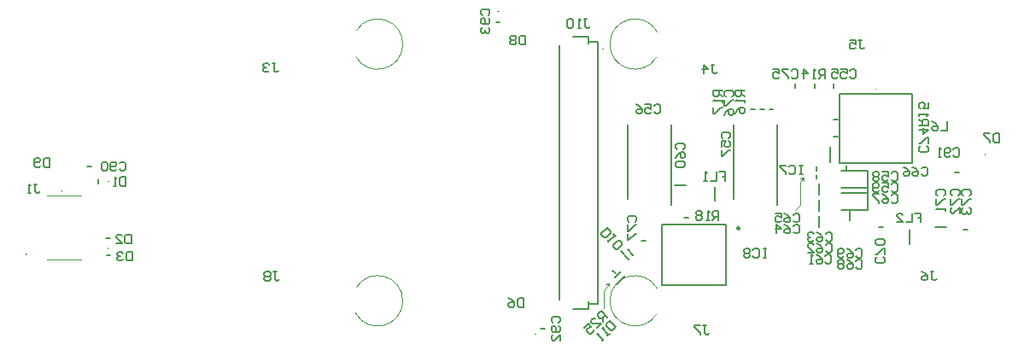
<source format=gbo>
G04*
G04 #@! TF.GenerationSoftware,Altium Limited,Altium Designer,25.7.1 (20)*
G04*
G04 Layer_Color=32896*
%FSLAX44Y44*%
%MOMM*%
G71*
G04*
G04 #@! TF.SameCoordinates,0BC58763-356E-4A0F-A031-124E3283D0B1*
G04*
G04*
G04 #@! TF.FilePolarity,Positive*
G04*
G01*
G75*
%ADD10C,0.2000*%
%ADD11C,0.1000*%
%ADD12C,0.2500*%
%ADD14C,0.1270*%
%ADD15C,0.1500*%
D10*
X7650Y-80900D02*
G03*
X7650Y-80900I-500J0D01*
G01*
X908522Y-54318D02*
X919522D01*
X883000Y-71000D02*
Y-57000D01*
X815022Y1432D02*
X842022D01*
Y-20068D02*
Y1432D01*
X815022Y-20068D02*
X842022D01*
X824022Y-47818D02*
Y-36818D01*
X815022Y-15568D02*
X842022Y-15568D01*
Y-37068D02*
Y-15568D01*
X815022Y-37068D02*
X842022Y-37068D01*
X793022Y-21818D02*
Y-10818D01*
Y-37818D02*
Y-26818D01*
Y-53818D02*
Y-42818D01*
X814022Y78182D02*
X886022Y78182D01*
X814022Y9182D02*
Y78182D01*
Y9182D02*
X886022D01*
Y78182D01*
X804822Y9932D02*
Y25182D01*
X751522Y-32068D02*
Y47182D01*
X708522Y-25818D02*
Y47182D01*
X690022Y-28318D02*
Y-14318D01*
X650522Y-12318D02*
X661522D01*
X591099Y-103841D02*
X596755Y-98184D01*
X592690Y-110736D02*
X600998Y-102427D01*
X603543Y-76050D02*
X609200Y-81707D01*
X596649Y-77641D02*
X604957Y-85950D01*
X603522Y-25818D02*
Y47182D01*
X646522Y-32068D02*
Y47182D01*
X565072Y-130088D02*
X574072Y-130088D01*
Y129912D01*
X565072D02*
X574072D01*
X565072Y-135088D02*
Y-128088D01*
X549322Y-135088D02*
X565072D01*
X536072Y-126088D02*
Y125912D01*
X549322Y134912D02*
X565072D01*
Y127912D02*
Y134912D01*
X638000Y-51500D02*
X701500D01*
X638000Y-111500D02*
Y-51500D01*
Y-111500D02*
X701500D01*
Y-51500D01*
D11*
X850022Y82682D02*
G03*
X850022Y83682I0J500D01*
G01*
D02*
G03*
X850022Y82682I0J-500D01*
G01*
X579072Y122412D02*
G03*
X580072Y122412I500J0D01*
G01*
D02*
G03*
X579072Y122412I-500J0D01*
G01*
X511500Y-160348D02*
X512500D01*
X511500D01*
X475500Y160350D02*
X474500D01*
X475500D01*
X89250Y-9000D02*
G03*
X88250Y-9000I-500J0D01*
G01*
D02*
G03*
X89250Y-9000I500J0D01*
G01*
X88750Y-74750D02*
G03*
X88750Y-75750I0J-500D01*
G01*
D02*
G03*
X88750Y-74750I0J500D01*
G01*
X89093Y-71756D02*
G03*
X89093Y-72756I0J-500D01*
G01*
D02*
G03*
X89093Y-71756I0J500D01*
G01*
X632876Y-115177D02*
G03*
X632222Y-140568I-21854J-12141D01*
G01*
X42500Y-19000D02*
Y-18000D01*
Y-19000D01*
X957500Y18000D02*
Y19000D01*
Y18000D01*
X632876Y139463D02*
G03*
X632222Y114072I-21854J-12141D01*
G01*
X333958Y115181D02*
G03*
X334612Y140572I21854J12141D01*
G01*
X333958Y-139459D02*
G03*
X334612Y-114068I21854J12141D01*
G01*
X585000Y-110000D02*
X585190Y-112842D01*
X581659Y-111125D02*
X585000Y-110000D01*
X580000Y-117500D02*
X585000Y-110000D01*
X580000Y-135000D02*
Y-117500D01*
X769728Y-36846D02*
X774728Y-31846D01*
X778007Y-8478D02*
X778451Y-5404D01*
X774667Y-5581D02*
X778451Y-5404D01*
X774728Y-9346D02*
X778451Y-5404D01*
X774728Y-31846D02*
Y-9346D01*
X27850Y-23250D02*
X62150D01*
X27850Y-86750D02*
X62150D01*
D12*
X714750Y-55200D02*
G03*
X714750Y-55200I-1250J0D01*
G01*
D14*
X936883Y-56518D02*
X940883D01*
X808022Y35682D02*
X812022D01*
X820678Y2865D02*
Y6865D01*
X853022Y-54318D02*
X857022Y-54318D01*
X791022Y1682D02*
Y5682D01*
Y-6318D02*
Y-2318D01*
X808022Y52682D02*
X812022D01*
X808022Y83682D02*
Y87682D01*
X789022Y83682D02*
Y87682D01*
X770022Y83682D02*
Y87682D01*
X744022Y62682D02*
X748022D01*
X735022D02*
X739022D01*
X726022D02*
X730022D01*
X659505Y-44566D02*
X663505D01*
X617490Y-67534D02*
X621490D01*
X588796Y-97371D02*
X591624Y-100199D01*
X473000Y149000D02*
X477000D01*
X68172Y6229D02*
X72172D01*
X78750Y-11000D02*
Y-7000D01*
X86750Y-65250D02*
X90750D01*
X87093Y-82256D02*
X91093D01*
X517442Y-155180D02*
X521442D01*
X928000Y0D02*
X932000D01*
D15*
X583663Y-143698D02*
X577302Y-137337D01*
X574121Y-140518D01*
Y-142638D01*
X576241Y-144759D01*
X578362D01*
X581543Y-141578D01*
X579422Y-143698D02*
Y-147940D01*
X573060Y-154302D02*
X577302Y-150060D01*
X568819D01*
X567759Y-149000D01*
Y-146879D01*
X569879Y-144759D01*
X572000D01*
X560336Y-154302D02*
X564578Y-150060D01*
X567759Y-153241D01*
X564578Y-154302D01*
X563517Y-155362D01*
Y-157483D01*
X565638Y-159603D01*
X567759D01*
X569879Y-157483D01*
Y-155362D01*
X252500Y-98502D02*
X255499D01*
X253999D01*
Y-105999D01*
X255499Y-107499D01*
X256998D01*
X258498Y-105999D01*
X249501Y-100001D02*
X248001Y-98502D01*
X245002D01*
X243502Y-100001D01*
Y-101501D01*
X245002Y-103000D01*
X243502Y-104500D01*
Y-105999D01*
X245002Y-107499D01*
X248001D01*
X249501Y-105999D01*
Y-104500D01*
X248001Y-103000D01*
X249501Y-101501D01*
Y-100001D01*
X248001Y-103000D02*
X245002D01*
X678500Y-151501D02*
X681498D01*
X679999D01*
Y-158999D01*
X681498Y-160499D01*
X682998D01*
X684498Y-158999D01*
X675500Y-151501D02*
X669502D01*
Y-153001D01*
X675500Y-158999D01*
Y-160499D01*
X903999Y-98001D02*
X906999D01*
X905499D01*
Y-105499D01*
X906999Y-106999D01*
X908498D01*
X909998Y-105499D01*
X895002Y-98001D02*
X898001Y-99501D01*
X901001Y-102500D01*
Y-105499D01*
X899501Y-106999D01*
X896502D01*
X895002Y-105499D01*
Y-104000D01*
X896502Y-102500D01*
X901001D01*
X832499Y131498D02*
X835499D01*
X833999D01*
Y124001D01*
X835499Y122501D01*
X836998D01*
X838498Y124001D01*
X823502Y131498D02*
X829501D01*
Y127000D01*
X826501Y128499D01*
X825002D01*
X823502Y127000D01*
Y124001D01*
X825002Y122501D01*
X828001D01*
X829501Y124001D01*
X686499Y106999D02*
X689499D01*
X687999D01*
Y99501D01*
X689499Y98001D01*
X690998D01*
X692498Y99501D01*
X679002Y98001D02*
Y106999D01*
X683501Y102500D01*
X677502D01*
X251500Y108498D02*
X254499D01*
X252999D01*
Y101001D01*
X254499Y99501D01*
X255998D01*
X257498Y101001D01*
X248500Y106999D02*
X247001Y108498D01*
X244002D01*
X242502Y106999D01*
Y105499D01*
X244002Y104000D01*
X245501D01*
X244002D01*
X242502Y102500D01*
Y101001D01*
X244002Y99501D01*
X247001D01*
X248500Y101001D01*
X697498Y81246D02*
X688501D01*
Y76748D01*
X690001Y75248D01*
X693000D01*
X694500Y76748D01*
Y81246D01*
Y78247D02*
X697498Y75248D01*
Y72249D02*
Y69250D01*
Y70750D01*
X688501D01*
X690001Y72249D01*
X688501Y64752D02*
Y58754D01*
X690001D01*
X695999Y64752D01*
X697498D01*
X560248Y152499D02*
X563247D01*
X561748D01*
Y145001D01*
X563247Y143502D01*
X564747D01*
X566246Y145001D01*
X557249Y143502D02*
X554250D01*
X555750D01*
Y152499D01*
X557249Y150999D01*
X549752D02*
X548252Y152499D01*
X545253D01*
X543754Y150999D01*
Y145001D01*
X545253Y143502D01*
X548252D01*
X549752Y145001D01*
Y150999D01*
X577045Y-61273D02*
X583407Y-54911D01*
X586588Y-58092D01*
Y-60213D01*
X582347Y-64454D01*
X580226D01*
X577045Y-61273D01*
X589769D02*
X591890Y-63394D01*
X590829Y-62333D01*
X584468Y-68695D01*
Y-66575D01*
X589769Y-71876D02*
Y-73997D01*
X591890Y-76117D01*
X594010D01*
X598252Y-71876D01*
Y-69756D01*
X596131Y-67635D01*
X594010D01*
X589769Y-71876D01*
X585711Y-146927D02*
X592073Y-153289D01*
X588892Y-156470D01*
X586771D01*
X582530Y-152228D01*
Y-150108D01*
X585711Y-146927D01*
Y-159651D02*
X583591Y-161771D01*
X584651Y-160711D01*
X578289Y-154349D01*
X580410D01*
Y-164952D02*
X578289Y-167073D01*
X579349Y-166013D01*
X572987Y-159651D01*
X575108D01*
X112498Y-78502D02*
Y-87499D01*
X107999D01*
X106500Y-85999D01*
Y-80001D01*
X107999Y-78502D01*
X112498D01*
X103500Y-80001D02*
X102001Y-78502D01*
X99002D01*
X97502Y-80001D01*
Y-81501D01*
X99002Y-83000D01*
X100501D01*
X99002D01*
X97502Y-84500D01*
Y-85999D01*
X99002Y-87499D01*
X102001D01*
X103500Y-85999D01*
X701001Y74998D02*
X699501Y76498D01*
Y79497D01*
X701001Y80996D01*
X706999D01*
X708499Y79497D01*
Y76498D01*
X706999Y74998D01*
X699501Y71999D02*
Y66001D01*
X701001D01*
X706999Y71999D01*
X708499D01*
X699501Y57004D02*
X701001Y60003D01*
X704000Y63002D01*
X706999D01*
X708499Y61502D01*
Y58503D01*
X706999Y57004D01*
X705499D01*
X704000Y58503D01*
Y63002D01*
X693746Y-46999D02*
Y-38001D01*
X689248D01*
X687748Y-39501D01*
Y-42500D01*
X689248Y-44000D01*
X693746D01*
X690747D02*
X687748Y-46999D01*
X684749D02*
X681750D01*
X683250D01*
Y-38001D01*
X684749Y-39501D01*
X677252D02*
X675752Y-38001D01*
X672753D01*
X671254Y-39501D01*
Y-41000D01*
X672753Y-42500D01*
X671254Y-44000D01*
Y-45499D01*
X672753Y-46999D01*
X675752D01*
X677252Y-45499D01*
Y-44000D01*
X675752Y-42500D01*
X677252Y-41000D01*
Y-39501D01*
X675752Y-42500D02*
X672753D01*
X30498Y14498D02*
Y5501D01*
X25999D01*
X24499Y7001D01*
Y12999D01*
X25999Y14498D01*
X30498D01*
X21500Y7001D02*
X20001Y5501D01*
X17002D01*
X15502Y7001D01*
Y12999D01*
X17002Y14498D01*
X20001D01*
X21500Y12999D01*
Y11500D01*
X20001Y10000D01*
X15502D01*
X502188Y135728D02*
Y126731D01*
X497689D01*
X496190Y128231D01*
Y134229D01*
X497689Y135728D01*
X502188D01*
X493191Y134229D02*
X491691Y135728D01*
X488692D01*
X487193Y134229D01*
Y132729D01*
X488692Y131230D01*
X487193Y129730D01*
Y128231D01*
X488692Y126731D01*
X491691D01*
X493191Y128231D01*
Y129730D01*
X491691Y131230D01*
X493191Y132729D01*
Y134229D01*
X491691Y131230D02*
X488692D01*
X972050Y39029D02*
Y30032D01*
X967551D01*
X966052Y31532D01*
Y37530D01*
X967551Y39029D01*
X972050D01*
X963053D02*
X957055D01*
Y37530D01*
X963053Y31532D01*
Y30032D01*
X500498Y-124501D02*
Y-133498D01*
X495999D01*
X494500Y-131999D01*
Y-126001D01*
X495999Y-124501D01*
X500498D01*
X485502D02*
X488502Y-126001D01*
X491501Y-129000D01*
Y-131999D01*
X490001Y-133498D01*
X487002D01*
X485502Y-131999D01*
Y-130499D01*
X487002Y-129000D01*
X491501D01*
X15000Y-11501D02*
X17999D01*
X16500D01*
Y-18999D01*
X17999Y-20498D01*
X19498D01*
X20998Y-18999D01*
X12001Y-20498D02*
X9002D01*
X10502D01*
Y-11501D01*
X12001Y-13001D01*
X741246Y-75501D02*
X738247D01*
X739747D01*
Y-84499D01*
X741246D01*
X738247D01*
X727751Y-77001D02*
X729250Y-75501D01*
X732249D01*
X733749Y-77001D01*
Y-82999D01*
X732249Y-84499D01*
X729250D01*
X727751Y-82999D01*
X724752Y-77001D02*
X723252Y-75501D01*
X720253D01*
X718754Y-77001D01*
Y-78500D01*
X720253Y-80000D01*
X718754Y-81500D01*
Y-82999D01*
X720253Y-84499D01*
X723252D01*
X724752Y-82999D01*
Y-81500D01*
X723252Y-80000D01*
X724752Y-78500D01*
Y-77001D01*
X723252Y-80000D02*
X720253D01*
X459501Y155998D02*
X458001Y157498D01*
Y160497D01*
X459501Y161996D01*
X465499D01*
X466998Y160497D01*
Y157498D01*
X465499Y155998D01*
Y152999D02*
X466998Y151500D01*
Y148500D01*
X465499Y147001D01*
X459501D01*
X458001Y148500D01*
Y151500D01*
X459501Y152999D01*
X461000D01*
X462500Y151500D01*
Y147001D01*
X459501Y144002D02*
X458001Y142502D01*
Y139503D01*
X459501Y138004D01*
X461000D01*
X462500Y139503D01*
Y141003D01*
Y139503D01*
X463999Y138004D01*
X465499D01*
X466998Y139503D01*
Y142502D01*
X465499Y144002D01*
X529501Y-149002D02*
X528001Y-147502D01*
Y-144503D01*
X529501Y-143004D01*
X535499D01*
X536998Y-144503D01*
Y-147502D01*
X535499Y-149002D01*
Y-152001D02*
X536998Y-153500D01*
Y-156500D01*
X535499Y-157999D01*
X529501D01*
X528001Y-156500D01*
Y-153500D01*
X529501Y-152001D01*
X531001D01*
X532500Y-153500D01*
Y-157999D01*
X536998Y-166996D02*
Y-160998D01*
X531001Y-166996D01*
X529501D01*
X528001Y-165497D01*
Y-162498D01*
X529501Y-160998D01*
X926682Y22798D02*
X928182Y24297D01*
X931180D01*
X932680Y22798D01*
Y16800D01*
X931180Y15300D01*
X928182D01*
X926682Y16800D01*
X923683D02*
X922183Y15300D01*
X919184D01*
X917685Y16800D01*
Y22798D01*
X919184Y24297D01*
X922183D01*
X923683Y22798D01*
Y21298D01*
X922183Y19799D01*
X917685D01*
X914686Y15300D02*
X911687D01*
X913186D01*
Y24297D01*
X914686Y22798D01*
X99998Y8999D02*
X101498Y10498D01*
X104497D01*
X105996Y8999D01*
Y3001D01*
X104497Y1501D01*
X101498D01*
X99998Y3001D01*
X96999D02*
X95499Y1501D01*
X92500D01*
X91001Y3001D01*
Y8999D01*
X92500Y10498D01*
X95499D01*
X96999Y8999D01*
Y7499D01*
X95499Y6000D01*
X91001D01*
X88002Y8999D02*
X86502Y10498D01*
X83503D01*
X82004Y8999D01*
Y3001D01*
X83503Y1501D01*
X86502D01*
X88002Y3001D01*
Y8999D01*
X605001Y-49002D02*
X603502Y-47502D01*
Y-44503D01*
X605001Y-43004D01*
X610999D01*
X612499Y-44503D01*
Y-47502D01*
X610999Y-49002D01*
X603502Y-52001D02*
Y-57999D01*
X605001D01*
X610999Y-52001D01*
X612499D01*
X603502Y-60998D02*
Y-66996D01*
X605001D01*
X610999Y-60998D01*
X612499D01*
X719499Y81246D02*
X710501D01*
Y76748D01*
X712001Y75248D01*
X715000D01*
X716499Y76748D01*
Y81246D01*
Y78247D02*
X719499Y75248D01*
Y72249D02*
Y69250D01*
Y70750D01*
X710501D01*
X712001Y72249D01*
X710501Y58754D02*
X712001Y61753D01*
X715000Y64752D01*
X717999D01*
X719499Y63252D01*
Y60253D01*
X717999Y58754D01*
X716499D01*
X715000Y60253D01*
Y64752D01*
X892502Y46754D02*
X901499D01*
Y51252D01*
X899999Y52752D01*
X897000D01*
X895500Y51252D01*
Y46754D01*
Y49753D02*
X892502Y52752D01*
Y55751D02*
Y58750D01*
Y57250D01*
X901499D01*
X899999Y55751D01*
X901499Y69246D02*
Y63248D01*
X897000D01*
X898500Y66247D01*
Y67747D01*
X897000Y69246D01*
X894001D01*
X892502Y67747D01*
Y64748D01*
X894001Y63248D01*
X799246Y93502D02*
Y102499D01*
X794748D01*
X793248Y100999D01*
Y98000D01*
X794748Y96501D01*
X799246D01*
X796247D02*
X793248Y93502D01*
X790249D02*
X787250D01*
X788750D01*
Y102499D01*
X790249Y100999D01*
X778253Y93502D02*
Y102499D01*
X782752Y98000D01*
X776754D01*
X920498Y50499D02*
Y41501D01*
X914500D01*
X905502Y50499D02*
X908502Y48999D01*
X911500Y46000D01*
Y43001D01*
X910001Y41501D01*
X907002D01*
X905502Y43001D01*
Y44500D01*
X907002Y46000D01*
X911500D01*
X776970Y7101D02*
X773971D01*
X775471D01*
Y-1896D01*
X776970D01*
X773971D01*
X763475Y5601D02*
X764974Y7101D01*
X767973D01*
X769473Y5601D01*
Y-397D01*
X767973Y-1896D01*
X764974D01*
X763475Y-397D01*
X760475Y7101D02*
X754477D01*
Y5601D01*
X760475Y-397D01*
Y-1896D01*
X888498Y-40501D02*
X894496D01*
Y-45000D01*
X891497D01*
X894496D01*
Y-49499D01*
X885499Y-40501D02*
Y-49499D01*
X879501D01*
X870504D02*
X876502D01*
X870504Y-43500D01*
Y-42001D01*
X872003Y-40501D01*
X875002D01*
X876502Y-42001D01*
X694499Y499D02*
X700497D01*
Y-4000D01*
X697498D01*
X700497D01*
Y-8498D01*
X691499Y499D02*
Y-8498D01*
X685501D01*
X682502D02*
X679503D01*
X681003D01*
Y499D01*
X682502Y-1001D01*
X111498Y-61501D02*
Y-70498D01*
X106999D01*
X105499Y-68999D01*
Y-63001D01*
X106999Y-61501D01*
X111498D01*
X96502Y-70498D02*
X102500D01*
X96502Y-64500D01*
Y-63001D01*
X98002Y-61501D01*
X101001D01*
X102500Y-63001D01*
X105998Y-4502D02*
Y-13499D01*
X101500D01*
X100000Y-11999D01*
Y-6001D01*
X101500Y-4502D01*
X105998D01*
X97001Y-13499D02*
X94002D01*
X95501D01*
Y-4502D01*
X97001Y-6001D01*
X765998Y100999D02*
X767498Y102499D01*
X770497D01*
X771996Y100999D01*
Y95001D01*
X770497Y93502D01*
X767498D01*
X765998Y95001D01*
X762999Y102499D02*
X757001D01*
Y100999D01*
X762999Y95001D01*
Y93502D01*
X748004Y102499D02*
X754002D01*
Y98000D01*
X751003Y99500D01*
X749503D01*
X748004Y98000D01*
Y95001D01*
X749503Y93502D01*
X752502D01*
X754002Y95001D01*
X899999Y26002D02*
X901499Y24502D01*
Y21503D01*
X899999Y20004D01*
X894001D01*
X892502Y21503D01*
Y24502D01*
X894001Y26002D01*
X901499Y29001D02*
Y34999D01*
X899999D01*
X894001Y29001D01*
X892502D01*
Y42497D02*
X901499D01*
X897000Y37998D01*
Y43996D01*
X936726Y-23098D02*
X935227Y-21598D01*
Y-18599D01*
X936726Y-17100D01*
X942724D01*
X944224Y-18599D01*
Y-21598D01*
X942724Y-23098D01*
X935227Y-26097D02*
Y-32095D01*
X936726D01*
X942724Y-26097D01*
X944224D01*
X936726Y-35094D02*
X935227Y-36593D01*
Y-39592D01*
X936726Y-41092D01*
X938226D01*
X939725Y-39592D01*
Y-38093D01*
Y-39592D01*
X941225Y-41092D01*
X942724D01*
X944224Y-39592D01*
Y-36593D01*
X942724Y-35094D01*
X925240Y-22842D02*
X923740Y-21343D01*
Y-18344D01*
X925240Y-16844D01*
X931238D01*
X932738Y-18344D01*
Y-21343D01*
X931238Y-22842D01*
X923740Y-25841D02*
Y-31839D01*
X925240D01*
X931238Y-25841D01*
X932738D01*
Y-40837D02*
Y-34839D01*
X926740Y-40837D01*
X925240D01*
X923740Y-39337D01*
Y-36338D01*
X925240Y-34839D01*
X911201Y-23193D02*
X909702Y-21694D01*
Y-18695D01*
X911201Y-17195D01*
X917199D01*
X918699Y-18695D01*
Y-21694D01*
X917199Y-23193D01*
X909702Y-26192D02*
Y-32190D01*
X911201D01*
X917199Y-26192D01*
X918699D01*
Y-35189D02*
Y-38188D01*
Y-36689D01*
X909702D01*
X911201Y-35189D01*
X856999Y-83998D02*
X858499Y-85498D01*
Y-88497D01*
X856999Y-89996D01*
X851001D01*
X849501Y-88497D01*
Y-85498D01*
X851001Y-83998D01*
X858499Y-80999D02*
Y-75001D01*
X856999D01*
X851001Y-80999D01*
X849501D01*
X856999Y-72002D02*
X858499Y-70502D01*
Y-67503D01*
X856999Y-66004D01*
X851001D01*
X849501Y-67503D01*
Y-70502D01*
X851001Y-72002D01*
X856999D01*
X829998Y-77001D02*
X831498Y-75501D01*
X834497D01*
X835996Y-77001D01*
Y-82999D01*
X834497Y-84499D01*
X831498D01*
X829998Y-82999D01*
X821001Y-75501D02*
X824000Y-77001D01*
X826999Y-80000D01*
Y-82999D01*
X825499Y-84499D01*
X822501D01*
X821001Y-82999D01*
Y-81500D01*
X822501Y-80000D01*
X826999D01*
X818002Y-82999D02*
X816502Y-84499D01*
X813503D01*
X812004Y-82999D01*
Y-77001D01*
X813503Y-75501D01*
X816502D01*
X818002Y-77001D01*
Y-78500D01*
X816502Y-80000D01*
X812004D01*
X829998Y-88001D02*
X831498Y-86502D01*
X834497D01*
X835996Y-88001D01*
Y-93999D01*
X834497Y-95499D01*
X831498D01*
X829998Y-93999D01*
X821001Y-86502D02*
X824000Y-88001D01*
X826999Y-91000D01*
Y-93999D01*
X825499Y-95499D01*
X822501D01*
X821001Y-93999D01*
Y-92500D01*
X822501Y-91000D01*
X826999D01*
X818002Y-88001D02*
X816502Y-86502D01*
X813503D01*
X812004Y-88001D01*
Y-89501D01*
X813503Y-91000D01*
X812004Y-92500D01*
Y-93999D01*
X813503Y-95499D01*
X816502D01*
X818002Y-93999D01*
Y-92500D01*
X816502Y-91000D01*
X818002Y-89501D01*
Y-88001D01*
X816502Y-91000D02*
X813503D01*
X864998Y-23001D02*
X866498Y-21502D01*
X869497D01*
X870996Y-23001D01*
Y-28999D01*
X869497Y-30498D01*
X866498D01*
X864998Y-28999D01*
X856001Y-21502D02*
X859000Y-23001D01*
X861999Y-26000D01*
Y-28999D01*
X860499Y-30498D01*
X857501D01*
X856001Y-28999D01*
Y-27499D01*
X857501Y-26000D01*
X861999D01*
X853002Y-21502D02*
X847004D01*
Y-23001D01*
X853002Y-28999D01*
Y-30498D01*
X894998Y3999D02*
X896498Y5498D01*
X899497D01*
X900996Y3999D01*
Y-1999D01*
X899497Y-3498D01*
X896498D01*
X894998Y-1999D01*
X886001Y5498D02*
X889000Y3999D01*
X891999Y1000D01*
Y-1999D01*
X890499Y-3498D01*
X887501D01*
X886001Y-1999D01*
Y-499D01*
X887501Y1000D01*
X891999D01*
X877004Y5498D02*
X880003Y3999D01*
X883002Y1000D01*
Y-1999D01*
X881502Y-3498D01*
X878503D01*
X877004Y-1999D01*
Y-499D01*
X878503Y1000D01*
X883002D01*
X767998Y-42001D02*
X769498Y-40501D01*
X772497D01*
X773996Y-42001D01*
Y-47999D01*
X772497Y-49499D01*
X769498D01*
X767998Y-47999D01*
X759001Y-40501D02*
X762000Y-42001D01*
X764999Y-45000D01*
Y-47999D01*
X763500Y-49499D01*
X760500D01*
X759001Y-47999D01*
Y-46500D01*
X760500Y-45000D01*
X764999D01*
X750004Y-40501D02*
X756002D01*
Y-45000D01*
X753003Y-43500D01*
X751503D01*
X750004Y-45000D01*
Y-47999D01*
X751503Y-49499D01*
X754502D01*
X756002Y-47999D01*
X767998Y-53001D02*
X769498Y-51501D01*
X772497D01*
X773996Y-53001D01*
Y-58999D01*
X772497Y-60498D01*
X769498D01*
X767998Y-58999D01*
X759001Y-51501D02*
X762000Y-53001D01*
X764999Y-56000D01*
Y-58999D01*
X763500Y-60498D01*
X760500D01*
X759001Y-58999D01*
Y-57499D01*
X760500Y-56000D01*
X764999D01*
X751503Y-60498D02*
Y-51501D01*
X756002Y-56000D01*
X750004D01*
X799998Y-61001D02*
X801498Y-59502D01*
X804497D01*
X805996Y-61001D01*
Y-66999D01*
X804497Y-68499D01*
X801498D01*
X799998Y-66999D01*
X791001Y-59502D02*
X794000Y-61001D01*
X796999Y-64000D01*
Y-66999D01*
X795499Y-68499D01*
X792501D01*
X791001Y-66999D01*
Y-65500D01*
X792501Y-64000D01*
X796999D01*
X788002Y-61001D02*
X786502Y-59502D01*
X783503D01*
X782004Y-61001D01*
Y-62501D01*
X783503Y-64000D01*
X785003D01*
X783503D01*
X782004Y-65500D01*
Y-66999D01*
X783503Y-68499D01*
X786502D01*
X788002Y-66999D01*
X799998Y-72001D02*
X801498Y-70501D01*
X804497D01*
X805996Y-72001D01*
Y-77999D01*
X804497Y-79499D01*
X801498D01*
X799998Y-77999D01*
X791001Y-70501D02*
X794000Y-72001D01*
X796999Y-75000D01*
Y-77999D01*
X795499Y-79499D01*
X792501D01*
X791001Y-77999D01*
Y-76500D01*
X792501Y-75000D01*
X796999D01*
X782004Y-79499D02*
X788002D01*
X782004Y-73500D01*
Y-72001D01*
X783503Y-70501D01*
X786502D01*
X788002Y-72001D01*
X799499Y-83001D02*
X800998Y-81502D01*
X803997D01*
X805497Y-83001D01*
Y-88999D01*
X803997Y-90499D01*
X800998D01*
X799499Y-88999D01*
X790501Y-81502D02*
X793501Y-83001D01*
X796499Y-86000D01*
Y-88999D01*
X795000Y-90499D01*
X792001D01*
X790501Y-88999D01*
Y-87500D01*
X792001Y-86000D01*
X796499D01*
X787502Y-90499D02*
X784503D01*
X786003D01*
Y-81502D01*
X787502Y-83001D01*
X653001Y22998D02*
X651501Y24498D01*
Y27497D01*
X653001Y28996D01*
X658999D01*
X660499Y27497D01*
Y24498D01*
X658999Y22998D01*
X651501Y14001D02*
X653001Y17000D01*
X656000Y19999D01*
X658999D01*
X660499Y18499D01*
Y15501D01*
X658999Y14001D01*
X657499D01*
X656000Y15501D01*
Y19999D01*
X653001Y11002D02*
X651501Y9502D01*
Y6503D01*
X653001Y5004D01*
X658999D01*
X660499Y6503D01*
Y9502D01*
X658999Y11002D01*
X653001D01*
X864998Y-12001D02*
X866498Y-10502D01*
X869497D01*
X870996Y-12001D01*
Y-17999D01*
X869497Y-19498D01*
X866498D01*
X864998Y-17999D01*
X856001Y-10502D02*
X861999D01*
Y-15000D01*
X859000Y-13500D01*
X857501D01*
X856001Y-15000D01*
Y-17999D01*
X857501Y-19498D01*
X860499D01*
X861999Y-17999D01*
X853002D02*
X851502Y-19498D01*
X848503D01*
X847004Y-17999D01*
Y-12001D01*
X848503Y-10502D01*
X851502D01*
X853002Y-12001D01*
Y-13500D01*
X851502Y-15000D01*
X847004D01*
X864998Y-1001D02*
X866498Y499D01*
X869497D01*
X870996Y-1001D01*
Y-6999D01*
X869497Y-8498D01*
X866498D01*
X864998Y-6999D01*
X856001Y499D02*
X861999D01*
Y-4000D01*
X859000Y-2501D01*
X857501D01*
X856001Y-4000D01*
Y-6999D01*
X857501Y-8498D01*
X860499D01*
X861999Y-6999D01*
X853002Y-1001D02*
X851502Y499D01*
X848503D01*
X847004Y-1001D01*
Y-2501D01*
X848503Y-4000D01*
X847004Y-5500D01*
Y-6999D01*
X848503Y-8498D01*
X851502D01*
X853002Y-6999D01*
Y-5500D01*
X851502Y-4000D01*
X853002Y-2501D01*
Y-1001D01*
X851502Y-4000D02*
X848503D01*
X698001Y33998D02*
X696501Y35498D01*
Y38497D01*
X698001Y39996D01*
X703999D01*
X705499Y38497D01*
Y35498D01*
X703999Y33998D01*
X696501Y25001D02*
Y30999D01*
X701000D01*
X699501Y28000D01*
Y26500D01*
X701000Y25001D01*
X703999D01*
X705499Y26500D01*
Y29499D01*
X703999Y30999D01*
X696501Y22002D02*
Y16004D01*
X698001D01*
X703999Y22002D01*
X705499D01*
X629998Y65999D02*
X631498Y67498D01*
X634497D01*
X635996Y65999D01*
Y60001D01*
X634497Y58502D01*
X631498D01*
X629998Y60001D01*
X621001Y67498D02*
X626999D01*
Y63000D01*
X624000Y64500D01*
X622500D01*
X621001Y63000D01*
Y60001D01*
X622500Y58502D01*
X625499D01*
X626999Y60001D01*
X612004Y67498D02*
X615003Y65999D01*
X618002Y63000D01*
Y60001D01*
X616502Y58502D01*
X613503D01*
X612004Y60001D01*
Y61501D01*
X613503Y63000D01*
X618002D01*
X823998Y100999D02*
X825498Y102499D01*
X828497D01*
X829996Y100999D01*
Y95001D01*
X828497Y93502D01*
X825498D01*
X823998Y95001D01*
X815001Y102499D02*
X820999D01*
Y98000D01*
X818000Y99500D01*
X816500D01*
X815001Y98000D01*
Y95001D01*
X816500Y93502D01*
X819500D01*
X820999Y95001D01*
X806004Y102499D02*
X812002D01*
Y98000D01*
X809003Y99500D01*
X807503D01*
X806004Y98000D01*
Y95001D01*
X807503Y93502D01*
X810502D01*
X812002Y95001D01*
M02*

</source>
